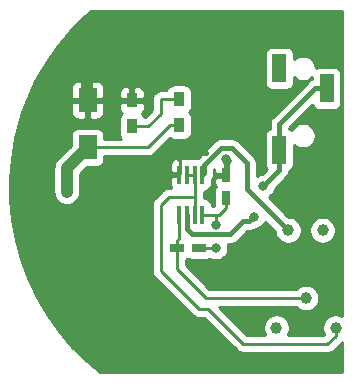
<source format=gtl>
G04 #@! TF.GenerationSoftware,KiCad,Pcbnew,5.1.0*
G04 #@! TF.CreationDate,2019-04-07T16:46:14+09:00*
G04 #@! TF.ProjectId,micro_cmos_guy,6d696372-6f5f-4636-9d6f-735f6775792e,rev?*
G04 #@! TF.SameCoordinates,Original*
G04 #@! TF.FileFunction,Copper,L1,Top*
G04 #@! TF.FilePolarity,Positive*
%FSLAX46Y46*%
G04 Gerber Fmt 4.6, Leading zero omitted, Abs format (unit mm)*
G04 Created by KiCad (PCBNEW 5.1.0) date 2019-04-07 16:46:14*
%MOMM*%
%LPD*%
G04 APERTURE LIST*
%ADD10R,1.600000X2.000000*%
%ADD11R,1.200000X0.750000*%
%ADD12R,0.750000X1.200000*%
%ADD13R,0.900000X1.200000*%
%ADD14R,1.200000X2.400000*%
%ADD15C,1.000000*%
%ADD16R,0.300000X1.600000*%
%ADD17C,0.800000*%
%ADD18C,0.400000*%
%ADD19C,1.000000*%
%ADD20C,0.250000*%
%ADD21C,0.254000*%
G04 APERTURE END LIST*
D10*
X110000000Y-97250000D03*
X110000000Y-93250000D03*
D11*
X117550000Y-105750000D03*
X119450000Y-105750000D03*
D12*
X121750000Y-101500000D03*
X121750000Y-99600000D03*
D13*
X117750000Y-93150000D03*
X117750000Y-95350000D03*
D14*
X126250000Y-97450000D03*
X126250000Y-90550000D03*
X130250000Y-92250000D03*
D15*
X127000000Y-104250000D03*
X129900000Y-104250000D03*
D13*
X113750000Y-95450000D03*
X113750000Y-93250000D03*
D15*
X126000000Y-112500000D03*
X128500000Y-110000000D03*
X131000000Y-112500000D03*
D16*
X117775000Y-99550000D03*
X118425000Y-99550000D03*
X119075000Y-99550000D03*
X119725000Y-99550000D03*
X119725000Y-102950000D03*
X119075000Y-102950000D03*
X118425000Y-102950000D03*
X117775000Y-102950000D03*
D17*
X108700000Y-90350000D03*
X109950000Y-91400000D03*
X121750000Y-98250000D03*
X117800000Y-97750000D03*
X108250000Y-101000000D03*
X120900000Y-105750000D03*
X120900000Y-103800000D03*
X124900000Y-100500000D03*
X124100000Y-103100000D03*
D18*
X126500001Y-103750001D02*
X126450001Y-103750001D01*
X127000000Y-104250000D02*
X126500001Y-103750001D01*
X126450001Y-103750001D02*
X123500000Y-100800000D01*
X123500000Y-100800000D02*
X123500000Y-98600000D01*
X123500000Y-98600000D02*
X122200000Y-97300000D01*
X121325000Y-97300000D02*
X119900000Y-98725000D01*
X122200000Y-97300000D02*
X121325000Y-97300000D01*
X119900000Y-99375000D02*
X119725000Y-99550000D01*
X119900000Y-98725000D02*
X119900000Y-99375000D01*
D19*
X108700000Y-90350000D02*
X108900000Y-90350000D01*
X108900000Y-90350000D02*
X109950000Y-91400000D01*
X109950000Y-93200000D02*
X110000000Y-93250000D01*
X109950000Y-91400000D02*
X109950000Y-93200000D01*
D20*
X121750000Y-99600000D02*
X121750000Y-98250000D01*
X117800000Y-99525000D02*
X117775000Y-99550000D01*
X117800000Y-97750000D02*
X117800000Y-99525000D01*
D18*
X111200000Y-93250000D02*
X112100000Y-92350000D01*
X110000000Y-93250000D02*
X111200000Y-93250000D01*
X112100000Y-92350000D02*
X112100000Y-91600000D01*
X112100000Y-91600000D02*
X112900000Y-90800000D01*
X120026458Y-97750000D02*
X117800000Y-97750000D01*
D19*
X108250000Y-99000000D02*
X110000000Y-97250000D01*
X108250000Y-101000000D02*
X108250000Y-99000000D01*
D20*
X117000000Y-95350000D02*
X117750000Y-95350000D01*
X110000000Y-97250000D02*
X115100000Y-97250000D01*
X115100000Y-97250000D02*
X117000000Y-95350000D01*
X120125000Y-102950000D02*
X119725000Y-102950000D01*
X121750000Y-102350000D02*
X121150000Y-102950000D01*
X121750000Y-101500000D02*
X121750000Y-102350000D01*
X119450000Y-105750000D02*
X120900000Y-105750000D01*
X120900000Y-103000000D02*
X120950000Y-102950000D01*
X120900000Y-103800000D02*
X120900000Y-103000000D01*
X121150000Y-102950000D02*
X120950000Y-102950000D01*
X120950000Y-102950000D02*
X120125000Y-102950000D01*
X119075000Y-99550000D02*
X118425000Y-99550000D01*
X131000000Y-113207106D02*
X130307106Y-113900000D01*
X131000000Y-112500000D02*
X131000000Y-113207106D01*
X130307106Y-113900000D02*
X123200000Y-113900000D01*
X123200000Y-113900000D02*
X120200000Y-110900000D01*
X120200000Y-110900000D02*
X119400000Y-110900000D01*
X119400000Y-110900000D02*
X116200000Y-107700000D01*
X116200000Y-107700000D02*
X116200000Y-102100000D01*
X116875000Y-101425000D02*
X119075000Y-101425000D01*
X116200000Y-102100000D02*
X116875000Y-101425000D01*
X119075000Y-102950000D02*
X119075000Y-101425000D01*
X119075000Y-101425000D02*
X119075000Y-99550000D01*
X117775000Y-104900000D02*
X117775000Y-102950000D01*
X117550000Y-105750000D02*
X117550000Y-105125000D01*
X117550000Y-105125000D02*
X117775000Y-104900000D01*
X128500000Y-110000000D02*
X120000000Y-110000000D01*
X117550000Y-107550000D02*
X117550000Y-105750000D01*
X120000000Y-110000000D02*
X117550000Y-107550000D01*
X113750000Y-95450000D02*
X115150000Y-95450000D01*
X115150000Y-95450000D02*
X116200000Y-94400000D01*
X116200000Y-94400000D02*
X116200000Y-93200000D01*
X116250000Y-93150000D02*
X117750000Y-93150000D01*
X116200000Y-93200000D02*
X116250000Y-93150000D01*
D18*
X126250000Y-95250000D02*
X126250000Y-97450000D01*
X130250000Y-92250000D02*
X129250000Y-92250000D01*
X129250000Y-92250000D02*
X126250000Y-95250000D01*
X126250000Y-97450000D02*
X126250000Y-99150000D01*
X126250000Y-99150000D02*
X124900000Y-100500000D01*
X123700001Y-103499999D02*
X123200001Y-103499999D01*
X124100000Y-103100000D02*
X123700001Y-103499999D01*
X123200001Y-103499999D02*
X122100000Y-104600000D01*
X118425000Y-104150000D02*
X118425000Y-102950000D01*
X118875000Y-104600000D02*
X118425000Y-104150000D01*
X122100000Y-104600000D02*
X118875000Y-104600000D01*
D21*
G36*
X131540001Y-111495764D02*
G01*
X131537624Y-111494176D01*
X131331067Y-111408617D01*
X131111788Y-111365000D01*
X130888212Y-111365000D01*
X130668933Y-111408617D01*
X130462376Y-111494176D01*
X130276480Y-111618388D01*
X130118388Y-111776480D01*
X129994176Y-111962376D01*
X129908617Y-112168933D01*
X129865000Y-112388212D01*
X129865000Y-112611788D01*
X129908617Y-112831067D01*
X129994176Y-113037624D01*
X130034433Y-113097872D01*
X129992305Y-113140000D01*
X126937418Y-113140000D01*
X127005824Y-113037624D01*
X127091383Y-112831067D01*
X127135000Y-112611788D01*
X127135000Y-112388212D01*
X127091383Y-112168933D01*
X127005824Y-111962376D01*
X126881612Y-111776480D01*
X126723520Y-111618388D01*
X126537624Y-111494176D01*
X126331067Y-111408617D01*
X126111788Y-111365000D01*
X125888212Y-111365000D01*
X125668933Y-111408617D01*
X125462376Y-111494176D01*
X125276480Y-111618388D01*
X125118388Y-111776480D01*
X124994176Y-111962376D01*
X124908617Y-112168933D01*
X124865000Y-112388212D01*
X124865000Y-112611788D01*
X124908617Y-112831067D01*
X124994176Y-113037624D01*
X125062582Y-113140000D01*
X123514802Y-113140000D01*
X121134801Y-110760000D01*
X127654868Y-110760000D01*
X127776480Y-110881612D01*
X127962376Y-111005824D01*
X128168933Y-111091383D01*
X128388212Y-111135000D01*
X128611788Y-111135000D01*
X128831067Y-111091383D01*
X129037624Y-111005824D01*
X129223520Y-110881612D01*
X129381612Y-110723520D01*
X129505824Y-110537624D01*
X129591383Y-110331067D01*
X129635000Y-110111788D01*
X129635000Y-109888212D01*
X129591383Y-109668933D01*
X129505824Y-109462376D01*
X129381612Y-109276480D01*
X129223520Y-109118388D01*
X129037624Y-108994176D01*
X128831067Y-108908617D01*
X128611788Y-108865000D01*
X128388212Y-108865000D01*
X128168933Y-108908617D01*
X127962376Y-108994176D01*
X127776480Y-109118388D01*
X127654868Y-109240000D01*
X120314802Y-109240000D01*
X118310000Y-107235199D01*
X118310000Y-106740038D01*
X118394180Y-106714502D01*
X118500000Y-106657939D01*
X118605820Y-106714502D01*
X118725518Y-106750812D01*
X118850000Y-106763072D01*
X120050000Y-106763072D01*
X120174482Y-106750812D01*
X120294180Y-106714502D01*
X120397709Y-106659164D01*
X120409744Y-106667205D01*
X120598102Y-106745226D01*
X120798061Y-106785000D01*
X121001939Y-106785000D01*
X121201898Y-106745226D01*
X121390256Y-106667205D01*
X121559774Y-106553937D01*
X121703937Y-106409774D01*
X121817205Y-106240256D01*
X121895226Y-106051898D01*
X121935000Y-105851939D01*
X121935000Y-105648061D01*
X121895226Y-105448102D01*
X121889799Y-105435000D01*
X122058982Y-105435000D01*
X122100000Y-105439040D01*
X122141018Y-105435000D01*
X122141019Y-105435000D01*
X122263689Y-105422918D01*
X122421087Y-105375172D01*
X122566146Y-105297636D01*
X122693291Y-105193291D01*
X122719446Y-105161421D01*
X123545869Y-104334999D01*
X123658983Y-104334999D01*
X123700001Y-104339039D01*
X123741019Y-104334999D01*
X123741020Y-104334999D01*
X123863690Y-104322917D01*
X124021088Y-104275171D01*
X124166147Y-104197635D01*
X124255434Y-104124359D01*
X124401898Y-104095226D01*
X124590256Y-104017205D01*
X124759774Y-103903937D01*
X124903937Y-103759774D01*
X125017205Y-103590256D01*
X125044205Y-103525073D01*
X125830560Y-104311428D01*
X125856710Y-104343292D01*
X125865000Y-104350095D01*
X125865000Y-104361788D01*
X125908617Y-104581067D01*
X125994176Y-104787624D01*
X126118388Y-104973520D01*
X126276480Y-105131612D01*
X126462376Y-105255824D01*
X126668933Y-105341383D01*
X126888212Y-105385000D01*
X127111788Y-105385000D01*
X127331067Y-105341383D01*
X127537624Y-105255824D01*
X127723520Y-105131612D01*
X127881612Y-104973520D01*
X128005824Y-104787624D01*
X128091383Y-104581067D01*
X128135000Y-104361788D01*
X128135000Y-104138212D01*
X128765000Y-104138212D01*
X128765000Y-104361788D01*
X128808617Y-104581067D01*
X128894176Y-104787624D01*
X129018388Y-104973520D01*
X129176480Y-105131612D01*
X129362376Y-105255824D01*
X129568933Y-105341383D01*
X129788212Y-105385000D01*
X130011788Y-105385000D01*
X130231067Y-105341383D01*
X130437624Y-105255824D01*
X130623520Y-105131612D01*
X130781612Y-104973520D01*
X130905824Y-104787624D01*
X130991383Y-104581067D01*
X131035000Y-104361788D01*
X131035000Y-104138212D01*
X130991383Y-103918933D01*
X130905824Y-103712376D01*
X130781612Y-103526480D01*
X130623520Y-103368388D01*
X130437624Y-103244176D01*
X130231067Y-103158617D01*
X130011788Y-103115000D01*
X129788212Y-103115000D01*
X129568933Y-103158617D01*
X129362376Y-103244176D01*
X129176480Y-103368388D01*
X129018388Y-103526480D01*
X128894176Y-103712376D01*
X128808617Y-103918933D01*
X128765000Y-104138212D01*
X128135000Y-104138212D01*
X128091383Y-103918933D01*
X128005824Y-103712376D01*
X127881612Y-103526480D01*
X127723520Y-103368388D01*
X127537624Y-103244176D01*
X127331067Y-103158617D01*
X127111788Y-103115000D01*
X127042468Y-103115000D01*
X126966147Y-103052365D01*
X126895438Y-103014570D01*
X125325073Y-101444205D01*
X125390256Y-101417205D01*
X125559774Y-101303937D01*
X125703937Y-101159774D01*
X125817205Y-100990256D01*
X125895226Y-100801898D01*
X125924093Y-100656775D01*
X126811426Y-99769442D01*
X126843291Y-99743291D01*
X126947636Y-99616146D01*
X127025172Y-99471087D01*
X127072918Y-99313689D01*
X127079795Y-99243866D01*
X127094180Y-99239502D01*
X127204494Y-99180537D01*
X127301185Y-99101185D01*
X127380537Y-99004494D01*
X127439502Y-98894180D01*
X127475812Y-98774482D01*
X127488072Y-98650000D01*
X127488072Y-97022494D01*
X127558353Y-97092775D01*
X127736060Y-97211515D01*
X127933517Y-97293304D01*
X128143137Y-97335000D01*
X128356863Y-97335000D01*
X128566483Y-97293304D01*
X128763940Y-97211515D01*
X128941647Y-97092775D01*
X129092775Y-96941647D01*
X129211515Y-96763940D01*
X129293304Y-96566483D01*
X129335000Y-96356863D01*
X129335000Y-96143137D01*
X129293304Y-95933517D01*
X129211515Y-95736060D01*
X129092775Y-95558353D01*
X128941647Y-95407225D01*
X128763940Y-95288485D01*
X128566483Y-95206696D01*
X128356863Y-95165000D01*
X128143137Y-95165000D01*
X127933517Y-95206696D01*
X127736060Y-95288485D01*
X127558353Y-95407225D01*
X127407225Y-95558353D01*
X127288485Y-95736060D01*
X127272308Y-95775116D01*
X127204494Y-95719463D01*
X127094180Y-95660498D01*
X127085000Y-95657713D01*
X127085000Y-95595867D01*
X129043319Y-93637549D01*
X129060498Y-93694180D01*
X129119463Y-93804494D01*
X129198815Y-93901185D01*
X129295506Y-93980537D01*
X129405820Y-94039502D01*
X129525518Y-94075812D01*
X129650000Y-94088072D01*
X130850000Y-94088072D01*
X130974482Y-94075812D01*
X131094180Y-94039502D01*
X131204494Y-93980537D01*
X131301185Y-93901185D01*
X131380537Y-93804494D01*
X131439502Y-93694180D01*
X131475812Y-93574482D01*
X131488072Y-93450000D01*
X131488072Y-91050000D01*
X131475812Y-90925518D01*
X131439502Y-90805820D01*
X131380537Y-90695506D01*
X131301185Y-90598815D01*
X131204494Y-90519463D01*
X131094180Y-90460498D01*
X130974482Y-90424188D01*
X130850000Y-90411928D01*
X129650000Y-90411928D01*
X129525518Y-90424188D01*
X129405820Y-90460498D01*
X129335000Y-90498353D01*
X129335000Y-90443137D01*
X129293304Y-90233517D01*
X129211515Y-90036060D01*
X129092775Y-89858353D01*
X128941647Y-89707225D01*
X128763940Y-89588485D01*
X128566483Y-89506696D01*
X128356863Y-89465000D01*
X128143137Y-89465000D01*
X127933517Y-89506696D01*
X127736060Y-89588485D01*
X127558353Y-89707225D01*
X127488072Y-89777506D01*
X127488072Y-89350000D01*
X127475812Y-89225518D01*
X127439502Y-89105820D01*
X127380537Y-88995506D01*
X127301185Y-88898815D01*
X127204494Y-88819463D01*
X127094180Y-88760498D01*
X126974482Y-88724188D01*
X126850000Y-88711928D01*
X125650000Y-88711928D01*
X125525518Y-88724188D01*
X125405820Y-88760498D01*
X125295506Y-88819463D01*
X125198815Y-88898815D01*
X125119463Y-88995506D01*
X125060498Y-89105820D01*
X125024188Y-89225518D01*
X125011928Y-89350000D01*
X125011928Y-91750000D01*
X125024188Y-91874482D01*
X125060498Y-91994180D01*
X125119463Y-92104494D01*
X125198815Y-92201185D01*
X125295506Y-92280537D01*
X125405820Y-92339502D01*
X125525518Y-92375812D01*
X125650000Y-92388072D01*
X126850000Y-92388072D01*
X126974482Y-92375812D01*
X127094180Y-92339502D01*
X127204494Y-92280537D01*
X127301185Y-92201185D01*
X127380537Y-92104494D01*
X127439502Y-91994180D01*
X127475812Y-91874482D01*
X127488072Y-91750000D01*
X127488072Y-91322494D01*
X127558353Y-91392775D01*
X127736060Y-91511515D01*
X127933517Y-91593304D01*
X128143137Y-91635000D01*
X128356863Y-91635000D01*
X128566483Y-91593304D01*
X128763940Y-91511515D01*
X128941647Y-91392775D01*
X129011928Y-91322494D01*
X129011928Y-91449646D01*
X128928913Y-91474828D01*
X128783854Y-91552364D01*
X128707532Y-91615000D01*
X128656709Y-91656709D01*
X128630563Y-91688568D01*
X125688579Y-94630554D01*
X125656709Y-94656709D01*
X125580148Y-94750000D01*
X125552364Y-94783855D01*
X125474828Y-94928914D01*
X125427082Y-95086312D01*
X125410960Y-95250000D01*
X125415000Y-95291019D01*
X125415000Y-95657713D01*
X125405820Y-95660498D01*
X125295506Y-95719463D01*
X125198815Y-95798815D01*
X125119463Y-95895506D01*
X125060498Y-96005820D01*
X125024188Y-96125518D01*
X125011928Y-96250000D01*
X125011928Y-98650000D01*
X125024188Y-98774482D01*
X125060498Y-98894180D01*
X125119463Y-99004494D01*
X125162364Y-99056769D01*
X124743225Y-99475907D01*
X124598102Y-99504774D01*
X124409744Y-99582795D01*
X124335000Y-99632737D01*
X124335000Y-98641018D01*
X124339040Y-98600000D01*
X124324499Y-98452364D01*
X124322918Y-98436311D01*
X124275172Y-98278913D01*
X124197636Y-98133854D01*
X124130624Y-98052199D01*
X124119439Y-98038570D01*
X124119437Y-98038568D01*
X124093291Y-98006709D01*
X124061432Y-97980563D01*
X122819446Y-96738578D01*
X122793291Y-96706709D01*
X122666146Y-96602364D01*
X122521087Y-96524828D01*
X122363689Y-96477082D01*
X122241019Y-96465000D01*
X122241018Y-96465000D01*
X122200000Y-96460960D01*
X122158982Y-96465000D01*
X121366007Y-96465000D01*
X121324999Y-96460961D01*
X121283991Y-96465000D01*
X121283981Y-96465000D01*
X121161311Y-96477082D01*
X121003913Y-96524828D01*
X120858854Y-96602364D01*
X120731709Y-96706709D01*
X120705558Y-96738574D01*
X119338579Y-98105554D01*
X119319475Y-98121233D01*
X119225000Y-98111928D01*
X118925000Y-98111928D01*
X118800518Y-98124188D01*
X118750000Y-98139512D01*
X118699482Y-98124188D01*
X118575000Y-98111928D01*
X118275000Y-98111928D01*
X118150518Y-98124188D01*
X118100341Y-98139409D01*
X118058358Y-98126020D01*
X117956750Y-98115000D01*
X117798000Y-98273750D01*
X117798000Y-98330271D01*
X117752000Y-98386322D01*
X117752000Y-98273750D01*
X117593250Y-98115000D01*
X117491642Y-98126020D01*
X117372472Y-98164026D01*
X117263006Y-98224551D01*
X117167452Y-98305269D01*
X117089481Y-98403078D01*
X117032089Y-98514219D01*
X116997483Y-98634420D01*
X116986992Y-98759063D01*
X116990000Y-99264250D01*
X117148750Y-99423000D01*
X117636928Y-99423000D01*
X117636928Y-99677000D01*
X117148750Y-99677000D01*
X116990000Y-99835750D01*
X116986992Y-100340937D01*
X116997483Y-100465580D01*
X117032089Y-100585781D01*
X117072997Y-100665000D01*
X116912322Y-100665000D01*
X116874999Y-100661324D01*
X116837676Y-100665000D01*
X116837667Y-100665000D01*
X116726014Y-100675997D01*
X116582753Y-100719454D01*
X116450723Y-100790026D01*
X116388590Y-100841018D01*
X116334999Y-100884999D01*
X116311200Y-100913998D01*
X115688998Y-101536201D01*
X115660000Y-101559999D01*
X115636202Y-101588997D01*
X115636201Y-101588998D01*
X115565026Y-101675724D01*
X115494454Y-101807754D01*
X115481859Y-101849276D01*
X115450998Y-101951014D01*
X115446190Y-101999826D01*
X115436324Y-102100000D01*
X115440001Y-102137332D01*
X115440000Y-107662677D01*
X115436324Y-107700000D01*
X115440000Y-107737322D01*
X115440000Y-107737332D01*
X115450997Y-107848985D01*
X115486541Y-107966159D01*
X115494454Y-107992246D01*
X115565026Y-108124276D01*
X115594675Y-108160403D01*
X115659999Y-108240001D01*
X115689003Y-108263804D01*
X118836205Y-111411008D01*
X118859999Y-111440001D01*
X118888992Y-111463795D01*
X118888996Y-111463799D01*
X118926011Y-111494176D01*
X118975724Y-111534974D01*
X119107753Y-111605546D01*
X119251014Y-111649003D01*
X119362667Y-111660000D01*
X119362676Y-111660000D01*
X119399999Y-111663676D01*
X119437322Y-111660000D01*
X119885199Y-111660000D01*
X122636201Y-114411003D01*
X122659999Y-114440001D01*
X122775724Y-114534974D01*
X122907753Y-114605546D01*
X123051014Y-114649003D01*
X123162667Y-114660000D01*
X123162675Y-114660000D01*
X123200000Y-114663676D01*
X123237325Y-114660000D01*
X130269784Y-114660000D01*
X130307106Y-114663676D01*
X130344428Y-114660000D01*
X130344439Y-114660000D01*
X130456092Y-114649003D01*
X130599353Y-114605546D01*
X130731382Y-114534974D01*
X130847107Y-114440001D01*
X130870909Y-114410998D01*
X131511002Y-113770905D01*
X131540001Y-113747107D01*
X131540001Y-116067572D01*
X131540000Y-116067582D01*
X131540000Y-116290000D01*
X123449382Y-116290000D01*
X111088104Y-116282971D01*
X109920289Y-115315150D01*
X108692651Y-114102417D01*
X107575377Y-112787296D01*
X106576983Y-111379816D01*
X105705046Y-109890656D01*
X104966224Y-108331181D01*
X104366132Y-106713255D01*
X103909331Y-105049173D01*
X103599304Y-103351618D01*
X103438409Y-101633498D01*
X103427870Y-99907891D01*
X103501715Y-99000000D01*
X107109509Y-99000000D01*
X107115001Y-99055761D01*
X107115000Y-101055751D01*
X107131423Y-101222498D01*
X107196324Y-101436446D01*
X107301716Y-101633623D01*
X107443551Y-101806449D01*
X107616377Y-101948284D01*
X107813553Y-102053676D01*
X108027501Y-102118577D01*
X108250000Y-102140491D01*
X108472498Y-102118577D01*
X108686446Y-102053676D01*
X108883623Y-101948284D01*
X109056449Y-101806449D01*
X109198284Y-101633623D01*
X109303676Y-101436447D01*
X109368577Y-101222499D01*
X109385000Y-101055752D01*
X109385000Y-99470131D01*
X109967060Y-98888072D01*
X110800000Y-98888072D01*
X110924482Y-98875812D01*
X111044180Y-98839502D01*
X111154494Y-98780537D01*
X111251185Y-98701185D01*
X111330537Y-98604494D01*
X111389502Y-98494180D01*
X111425812Y-98374482D01*
X111438072Y-98250000D01*
X111438072Y-98010000D01*
X115062678Y-98010000D01*
X115100000Y-98013676D01*
X115137322Y-98010000D01*
X115137333Y-98010000D01*
X115248986Y-97999003D01*
X115392247Y-97955546D01*
X115524276Y-97884974D01*
X115640001Y-97790001D01*
X115663804Y-97760997D01*
X116944824Y-96479977D01*
X116945506Y-96480537D01*
X117055820Y-96539502D01*
X117175518Y-96575812D01*
X117300000Y-96588072D01*
X118200000Y-96588072D01*
X118324482Y-96575812D01*
X118444180Y-96539502D01*
X118554494Y-96480537D01*
X118651185Y-96401185D01*
X118730537Y-96304494D01*
X118789502Y-96194180D01*
X118825812Y-96074482D01*
X118838072Y-95950000D01*
X118838072Y-94750000D01*
X118825812Y-94625518D01*
X118789502Y-94505820D01*
X118730537Y-94395506D01*
X118651185Y-94298815D01*
X118591704Y-94250000D01*
X118651185Y-94201185D01*
X118730537Y-94104494D01*
X118789502Y-93994180D01*
X118825812Y-93874482D01*
X118838072Y-93750000D01*
X118838072Y-92550000D01*
X118825812Y-92425518D01*
X118789502Y-92305820D01*
X118730537Y-92195506D01*
X118651185Y-92098815D01*
X118554494Y-92019463D01*
X118444180Y-91960498D01*
X118324482Y-91924188D01*
X118200000Y-91911928D01*
X117300000Y-91911928D01*
X117175518Y-91924188D01*
X117055820Y-91960498D01*
X116945506Y-92019463D01*
X116848815Y-92098815D01*
X116769463Y-92195506D01*
X116710498Y-92305820D01*
X116684962Y-92390000D01*
X116287325Y-92390000D01*
X116250000Y-92386324D01*
X116212675Y-92390000D01*
X116212667Y-92390000D01*
X116101014Y-92400997D01*
X115957753Y-92444454D01*
X115825724Y-92515026D01*
X115709999Y-92609999D01*
X115687459Y-92637464D01*
X115660000Y-92659999D01*
X115636202Y-92688997D01*
X115636201Y-92688998D01*
X115565026Y-92775724D01*
X115494454Y-92907754D01*
X115450998Y-93051015D01*
X115436324Y-93200000D01*
X115440001Y-93237332D01*
X115440000Y-94085198D01*
X114835199Y-94690000D01*
X114815038Y-94690000D01*
X114789502Y-94605820D01*
X114730537Y-94495506D01*
X114651185Y-94398815D01*
X114591704Y-94350000D01*
X114651185Y-94301185D01*
X114730537Y-94204494D01*
X114789502Y-94094180D01*
X114825812Y-93974482D01*
X114838072Y-93850000D01*
X114835000Y-93535750D01*
X114676250Y-93377000D01*
X113877000Y-93377000D01*
X113877000Y-93397000D01*
X113623000Y-93397000D01*
X113623000Y-93377000D01*
X112823750Y-93377000D01*
X112665000Y-93535750D01*
X112661928Y-93850000D01*
X112674188Y-93974482D01*
X112710498Y-94094180D01*
X112769463Y-94204494D01*
X112848815Y-94301185D01*
X112908296Y-94350000D01*
X112848815Y-94398815D01*
X112769463Y-94495506D01*
X112710498Y-94605820D01*
X112674188Y-94725518D01*
X112661928Y-94850000D01*
X112661928Y-96050000D01*
X112674188Y-96174482D01*
X112710498Y-96294180D01*
X112769463Y-96404494D01*
X112839636Y-96490000D01*
X111438072Y-96490000D01*
X111438072Y-96250000D01*
X111425812Y-96125518D01*
X111389502Y-96005820D01*
X111330537Y-95895506D01*
X111251185Y-95798815D01*
X111154494Y-95719463D01*
X111044180Y-95660498D01*
X110924482Y-95624188D01*
X110800000Y-95611928D01*
X109200000Y-95611928D01*
X109075518Y-95624188D01*
X108955820Y-95660498D01*
X108845506Y-95719463D01*
X108748815Y-95798815D01*
X108669463Y-95895506D01*
X108610498Y-96005820D01*
X108574188Y-96125518D01*
X108561928Y-96250000D01*
X108561928Y-97082940D01*
X107486860Y-98158009D01*
X107443552Y-98193551D01*
X107301717Y-98366377D01*
X107278134Y-98410498D01*
X107196324Y-98563554D01*
X107131423Y-98777502D01*
X107109509Y-99000000D01*
X103501715Y-99000000D01*
X103567768Y-98187928D01*
X103857037Y-96486708D01*
X104293478Y-94817171D01*
X104495997Y-94250000D01*
X108561928Y-94250000D01*
X108574188Y-94374482D01*
X108610498Y-94494180D01*
X108669463Y-94604494D01*
X108748815Y-94701185D01*
X108845506Y-94780537D01*
X108955820Y-94839502D01*
X109075518Y-94875812D01*
X109200000Y-94888072D01*
X109714250Y-94885000D01*
X109873000Y-94726250D01*
X109873000Y-93377000D01*
X110127000Y-93377000D01*
X110127000Y-94726250D01*
X110285750Y-94885000D01*
X110800000Y-94888072D01*
X110924482Y-94875812D01*
X111044180Y-94839502D01*
X111154494Y-94780537D01*
X111251185Y-94701185D01*
X111330537Y-94604494D01*
X111389502Y-94494180D01*
X111425812Y-94374482D01*
X111438072Y-94250000D01*
X111435000Y-93535750D01*
X111276250Y-93377000D01*
X110127000Y-93377000D01*
X109873000Y-93377000D01*
X108723750Y-93377000D01*
X108565000Y-93535750D01*
X108561928Y-94250000D01*
X104495997Y-94250000D01*
X104873764Y-93192034D01*
X105306056Y-92250000D01*
X108561928Y-92250000D01*
X108565000Y-92964250D01*
X108723750Y-93123000D01*
X109873000Y-93123000D01*
X109873000Y-91773750D01*
X110127000Y-91773750D01*
X110127000Y-93123000D01*
X111276250Y-93123000D01*
X111435000Y-92964250D01*
X111436351Y-92650000D01*
X112661928Y-92650000D01*
X112665000Y-92964250D01*
X112823750Y-93123000D01*
X113623000Y-93123000D01*
X113623000Y-92173750D01*
X113877000Y-92173750D01*
X113877000Y-93123000D01*
X114676250Y-93123000D01*
X114835000Y-92964250D01*
X114838072Y-92650000D01*
X114825812Y-92525518D01*
X114789502Y-92405820D01*
X114730537Y-92295506D01*
X114651185Y-92198815D01*
X114554494Y-92119463D01*
X114444180Y-92060498D01*
X114324482Y-92024188D01*
X114200000Y-92011928D01*
X114035750Y-92015000D01*
X113877000Y-92173750D01*
X113623000Y-92173750D01*
X113464250Y-92015000D01*
X113300000Y-92011928D01*
X113175518Y-92024188D01*
X113055820Y-92060498D01*
X112945506Y-92119463D01*
X112848815Y-92198815D01*
X112769463Y-92295506D01*
X112710498Y-92405820D01*
X112674188Y-92525518D01*
X112661928Y-92650000D01*
X111436351Y-92650000D01*
X111438072Y-92250000D01*
X111425812Y-92125518D01*
X111389502Y-92005820D01*
X111330537Y-91895506D01*
X111251185Y-91798815D01*
X111154494Y-91719463D01*
X111044180Y-91660498D01*
X110924482Y-91624188D01*
X110800000Y-91611928D01*
X110285750Y-91615000D01*
X110127000Y-91773750D01*
X109873000Y-91773750D01*
X109714250Y-91615000D01*
X109200000Y-91611928D01*
X109075518Y-91624188D01*
X108955820Y-91660498D01*
X108845506Y-91719463D01*
X108748815Y-91798815D01*
X108669463Y-91895506D01*
X108610498Y-92005820D01*
X108574188Y-92125518D01*
X108561928Y-92250000D01*
X105306056Y-92250000D01*
X105593481Y-91623658D01*
X106447166Y-90123954D01*
X107428290Y-88704390D01*
X108529420Y-87375717D01*
X109746587Y-86143590D01*
X110294257Y-85660000D01*
X131540000Y-85660000D01*
X131540001Y-111495764D01*
X131540001Y-111495764D01*
G37*
X131540001Y-111495764D02*
X131537624Y-111494176D01*
X131331067Y-111408617D01*
X131111788Y-111365000D01*
X130888212Y-111365000D01*
X130668933Y-111408617D01*
X130462376Y-111494176D01*
X130276480Y-111618388D01*
X130118388Y-111776480D01*
X129994176Y-111962376D01*
X129908617Y-112168933D01*
X129865000Y-112388212D01*
X129865000Y-112611788D01*
X129908617Y-112831067D01*
X129994176Y-113037624D01*
X130034433Y-113097872D01*
X129992305Y-113140000D01*
X126937418Y-113140000D01*
X127005824Y-113037624D01*
X127091383Y-112831067D01*
X127135000Y-112611788D01*
X127135000Y-112388212D01*
X127091383Y-112168933D01*
X127005824Y-111962376D01*
X126881612Y-111776480D01*
X126723520Y-111618388D01*
X126537624Y-111494176D01*
X126331067Y-111408617D01*
X126111788Y-111365000D01*
X125888212Y-111365000D01*
X125668933Y-111408617D01*
X125462376Y-111494176D01*
X125276480Y-111618388D01*
X125118388Y-111776480D01*
X124994176Y-111962376D01*
X124908617Y-112168933D01*
X124865000Y-112388212D01*
X124865000Y-112611788D01*
X124908617Y-112831067D01*
X124994176Y-113037624D01*
X125062582Y-113140000D01*
X123514802Y-113140000D01*
X121134801Y-110760000D01*
X127654868Y-110760000D01*
X127776480Y-110881612D01*
X127962376Y-111005824D01*
X128168933Y-111091383D01*
X128388212Y-111135000D01*
X128611788Y-111135000D01*
X128831067Y-111091383D01*
X129037624Y-111005824D01*
X129223520Y-110881612D01*
X129381612Y-110723520D01*
X129505824Y-110537624D01*
X129591383Y-110331067D01*
X129635000Y-110111788D01*
X129635000Y-109888212D01*
X129591383Y-109668933D01*
X129505824Y-109462376D01*
X129381612Y-109276480D01*
X129223520Y-109118388D01*
X129037624Y-108994176D01*
X128831067Y-108908617D01*
X128611788Y-108865000D01*
X128388212Y-108865000D01*
X128168933Y-108908617D01*
X127962376Y-108994176D01*
X127776480Y-109118388D01*
X127654868Y-109240000D01*
X120314802Y-109240000D01*
X118310000Y-107235199D01*
X118310000Y-106740038D01*
X118394180Y-106714502D01*
X118500000Y-106657939D01*
X118605820Y-106714502D01*
X118725518Y-106750812D01*
X118850000Y-106763072D01*
X120050000Y-106763072D01*
X120174482Y-106750812D01*
X120294180Y-106714502D01*
X120397709Y-106659164D01*
X120409744Y-106667205D01*
X120598102Y-106745226D01*
X120798061Y-106785000D01*
X121001939Y-106785000D01*
X121201898Y-106745226D01*
X121390256Y-106667205D01*
X121559774Y-106553937D01*
X121703937Y-106409774D01*
X121817205Y-106240256D01*
X121895226Y-106051898D01*
X121935000Y-105851939D01*
X121935000Y-105648061D01*
X121895226Y-105448102D01*
X121889799Y-105435000D01*
X122058982Y-105435000D01*
X122100000Y-105439040D01*
X122141018Y-105435000D01*
X122141019Y-105435000D01*
X122263689Y-105422918D01*
X122421087Y-105375172D01*
X122566146Y-105297636D01*
X122693291Y-105193291D01*
X122719446Y-105161421D01*
X123545869Y-104334999D01*
X123658983Y-104334999D01*
X123700001Y-104339039D01*
X123741019Y-104334999D01*
X123741020Y-104334999D01*
X123863690Y-104322917D01*
X124021088Y-104275171D01*
X124166147Y-104197635D01*
X124255434Y-104124359D01*
X124401898Y-104095226D01*
X124590256Y-104017205D01*
X124759774Y-103903937D01*
X124903937Y-103759774D01*
X125017205Y-103590256D01*
X125044205Y-103525073D01*
X125830560Y-104311428D01*
X125856710Y-104343292D01*
X125865000Y-104350095D01*
X125865000Y-104361788D01*
X125908617Y-104581067D01*
X125994176Y-104787624D01*
X126118388Y-104973520D01*
X126276480Y-105131612D01*
X126462376Y-105255824D01*
X126668933Y-105341383D01*
X126888212Y-105385000D01*
X127111788Y-105385000D01*
X127331067Y-105341383D01*
X127537624Y-105255824D01*
X127723520Y-105131612D01*
X127881612Y-104973520D01*
X128005824Y-104787624D01*
X128091383Y-104581067D01*
X128135000Y-104361788D01*
X128135000Y-104138212D01*
X128765000Y-104138212D01*
X128765000Y-104361788D01*
X128808617Y-104581067D01*
X128894176Y-104787624D01*
X129018388Y-104973520D01*
X129176480Y-105131612D01*
X129362376Y-105255824D01*
X129568933Y-105341383D01*
X129788212Y-105385000D01*
X130011788Y-105385000D01*
X130231067Y-105341383D01*
X130437624Y-105255824D01*
X130623520Y-105131612D01*
X130781612Y-104973520D01*
X130905824Y-104787624D01*
X130991383Y-104581067D01*
X131035000Y-104361788D01*
X131035000Y-104138212D01*
X130991383Y-103918933D01*
X130905824Y-103712376D01*
X130781612Y-103526480D01*
X130623520Y-103368388D01*
X130437624Y-103244176D01*
X130231067Y-103158617D01*
X130011788Y-103115000D01*
X129788212Y-103115000D01*
X129568933Y-103158617D01*
X129362376Y-103244176D01*
X129176480Y-103368388D01*
X129018388Y-103526480D01*
X128894176Y-103712376D01*
X128808617Y-103918933D01*
X128765000Y-104138212D01*
X128135000Y-104138212D01*
X128091383Y-103918933D01*
X128005824Y-103712376D01*
X127881612Y-103526480D01*
X127723520Y-103368388D01*
X127537624Y-103244176D01*
X127331067Y-103158617D01*
X127111788Y-103115000D01*
X127042468Y-103115000D01*
X126966147Y-103052365D01*
X126895438Y-103014570D01*
X125325073Y-101444205D01*
X125390256Y-101417205D01*
X125559774Y-101303937D01*
X125703937Y-101159774D01*
X125817205Y-100990256D01*
X125895226Y-100801898D01*
X125924093Y-100656775D01*
X126811426Y-99769442D01*
X126843291Y-99743291D01*
X126947636Y-99616146D01*
X127025172Y-99471087D01*
X127072918Y-99313689D01*
X127079795Y-99243866D01*
X127094180Y-99239502D01*
X127204494Y-99180537D01*
X127301185Y-99101185D01*
X127380537Y-99004494D01*
X127439502Y-98894180D01*
X127475812Y-98774482D01*
X127488072Y-98650000D01*
X127488072Y-97022494D01*
X127558353Y-97092775D01*
X127736060Y-97211515D01*
X127933517Y-97293304D01*
X128143137Y-97335000D01*
X128356863Y-97335000D01*
X128566483Y-97293304D01*
X128763940Y-97211515D01*
X128941647Y-97092775D01*
X129092775Y-96941647D01*
X129211515Y-96763940D01*
X129293304Y-96566483D01*
X129335000Y-96356863D01*
X129335000Y-96143137D01*
X129293304Y-95933517D01*
X129211515Y-95736060D01*
X129092775Y-95558353D01*
X128941647Y-95407225D01*
X128763940Y-95288485D01*
X128566483Y-95206696D01*
X128356863Y-95165000D01*
X128143137Y-95165000D01*
X127933517Y-95206696D01*
X127736060Y-95288485D01*
X127558353Y-95407225D01*
X127407225Y-95558353D01*
X127288485Y-95736060D01*
X127272308Y-95775116D01*
X127204494Y-95719463D01*
X127094180Y-95660498D01*
X127085000Y-95657713D01*
X127085000Y-95595867D01*
X129043319Y-93637549D01*
X129060498Y-93694180D01*
X129119463Y-93804494D01*
X129198815Y-93901185D01*
X129295506Y-93980537D01*
X129405820Y-94039502D01*
X129525518Y-94075812D01*
X129650000Y-94088072D01*
X130850000Y-94088072D01*
X130974482Y-94075812D01*
X131094180Y-94039502D01*
X131204494Y-93980537D01*
X131301185Y-93901185D01*
X131380537Y-93804494D01*
X131439502Y-93694180D01*
X131475812Y-93574482D01*
X131488072Y-93450000D01*
X131488072Y-91050000D01*
X131475812Y-90925518D01*
X131439502Y-90805820D01*
X131380537Y-90695506D01*
X131301185Y-90598815D01*
X131204494Y-90519463D01*
X131094180Y-90460498D01*
X130974482Y-90424188D01*
X130850000Y-90411928D01*
X129650000Y-90411928D01*
X129525518Y-90424188D01*
X129405820Y-90460498D01*
X129335000Y-90498353D01*
X129335000Y-90443137D01*
X129293304Y-90233517D01*
X129211515Y-90036060D01*
X129092775Y-89858353D01*
X128941647Y-89707225D01*
X128763940Y-89588485D01*
X128566483Y-89506696D01*
X128356863Y-89465000D01*
X128143137Y-89465000D01*
X127933517Y-89506696D01*
X127736060Y-89588485D01*
X127558353Y-89707225D01*
X127488072Y-89777506D01*
X127488072Y-89350000D01*
X127475812Y-89225518D01*
X127439502Y-89105820D01*
X127380537Y-88995506D01*
X127301185Y-88898815D01*
X127204494Y-88819463D01*
X127094180Y-88760498D01*
X126974482Y-88724188D01*
X126850000Y-88711928D01*
X125650000Y-88711928D01*
X125525518Y-88724188D01*
X125405820Y-88760498D01*
X125295506Y-88819463D01*
X125198815Y-88898815D01*
X125119463Y-88995506D01*
X125060498Y-89105820D01*
X125024188Y-89225518D01*
X125011928Y-89350000D01*
X125011928Y-91750000D01*
X125024188Y-91874482D01*
X125060498Y-91994180D01*
X125119463Y-92104494D01*
X125198815Y-92201185D01*
X125295506Y-92280537D01*
X125405820Y-92339502D01*
X125525518Y-92375812D01*
X125650000Y-92388072D01*
X126850000Y-92388072D01*
X126974482Y-92375812D01*
X127094180Y-92339502D01*
X127204494Y-92280537D01*
X127301185Y-92201185D01*
X127380537Y-92104494D01*
X127439502Y-91994180D01*
X127475812Y-91874482D01*
X127488072Y-91750000D01*
X127488072Y-91322494D01*
X127558353Y-91392775D01*
X127736060Y-91511515D01*
X127933517Y-91593304D01*
X128143137Y-91635000D01*
X128356863Y-91635000D01*
X128566483Y-91593304D01*
X128763940Y-91511515D01*
X128941647Y-91392775D01*
X129011928Y-91322494D01*
X129011928Y-91449646D01*
X128928913Y-91474828D01*
X128783854Y-91552364D01*
X128707532Y-91615000D01*
X128656709Y-91656709D01*
X128630563Y-91688568D01*
X125688579Y-94630554D01*
X125656709Y-94656709D01*
X125580148Y-94750000D01*
X125552364Y-94783855D01*
X125474828Y-94928914D01*
X125427082Y-95086312D01*
X125410960Y-95250000D01*
X125415000Y-95291019D01*
X125415000Y-95657713D01*
X125405820Y-95660498D01*
X125295506Y-95719463D01*
X125198815Y-95798815D01*
X125119463Y-95895506D01*
X125060498Y-96005820D01*
X125024188Y-96125518D01*
X125011928Y-96250000D01*
X125011928Y-98650000D01*
X125024188Y-98774482D01*
X125060498Y-98894180D01*
X125119463Y-99004494D01*
X125162364Y-99056769D01*
X124743225Y-99475907D01*
X124598102Y-99504774D01*
X124409744Y-99582795D01*
X124335000Y-99632737D01*
X124335000Y-98641018D01*
X124339040Y-98600000D01*
X124324499Y-98452364D01*
X124322918Y-98436311D01*
X124275172Y-98278913D01*
X124197636Y-98133854D01*
X124130624Y-98052199D01*
X124119439Y-98038570D01*
X124119437Y-98038568D01*
X124093291Y-98006709D01*
X124061432Y-97980563D01*
X122819446Y-96738578D01*
X122793291Y-96706709D01*
X122666146Y-96602364D01*
X122521087Y-96524828D01*
X122363689Y-96477082D01*
X122241019Y-96465000D01*
X122241018Y-96465000D01*
X122200000Y-96460960D01*
X122158982Y-96465000D01*
X121366007Y-96465000D01*
X121324999Y-96460961D01*
X121283991Y-96465000D01*
X121283981Y-96465000D01*
X121161311Y-96477082D01*
X121003913Y-96524828D01*
X120858854Y-96602364D01*
X120731709Y-96706709D01*
X120705558Y-96738574D01*
X119338579Y-98105554D01*
X119319475Y-98121233D01*
X119225000Y-98111928D01*
X118925000Y-98111928D01*
X118800518Y-98124188D01*
X118750000Y-98139512D01*
X118699482Y-98124188D01*
X118575000Y-98111928D01*
X118275000Y-98111928D01*
X118150518Y-98124188D01*
X118100341Y-98139409D01*
X118058358Y-98126020D01*
X117956750Y-98115000D01*
X117798000Y-98273750D01*
X117798000Y-98330271D01*
X117752000Y-98386322D01*
X117752000Y-98273750D01*
X117593250Y-98115000D01*
X117491642Y-98126020D01*
X117372472Y-98164026D01*
X117263006Y-98224551D01*
X117167452Y-98305269D01*
X117089481Y-98403078D01*
X117032089Y-98514219D01*
X116997483Y-98634420D01*
X116986992Y-98759063D01*
X116990000Y-99264250D01*
X117148750Y-99423000D01*
X117636928Y-99423000D01*
X117636928Y-99677000D01*
X117148750Y-99677000D01*
X116990000Y-99835750D01*
X116986992Y-100340937D01*
X116997483Y-100465580D01*
X117032089Y-100585781D01*
X117072997Y-100665000D01*
X116912322Y-100665000D01*
X116874999Y-100661324D01*
X116837676Y-100665000D01*
X116837667Y-100665000D01*
X116726014Y-100675997D01*
X116582753Y-100719454D01*
X116450723Y-100790026D01*
X116388590Y-100841018D01*
X116334999Y-100884999D01*
X116311200Y-100913998D01*
X115688998Y-101536201D01*
X115660000Y-101559999D01*
X115636202Y-101588997D01*
X115636201Y-101588998D01*
X115565026Y-101675724D01*
X115494454Y-101807754D01*
X115481859Y-101849276D01*
X115450998Y-101951014D01*
X115446190Y-101999826D01*
X115436324Y-102100000D01*
X115440001Y-102137332D01*
X115440000Y-107662677D01*
X115436324Y-107700000D01*
X115440000Y-107737322D01*
X115440000Y-107737332D01*
X115450997Y-107848985D01*
X115486541Y-107966159D01*
X115494454Y-107992246D01*
X115565026Y-108124276D01*
X115594675Y-108160403D01*
X115659999Y-108240001D01*
X115689003Y-108263804D01*
X118836205Y-111411008D01*
X118859999Y-111440001D01*
X118888992Y-111463795D01*
X118888996Y-111463799D01*
X118926011Y-111494176D01*
X118975724Y-111534974D01*
X119107753Y-111605546D01*
X119251014Y-111649003D01*
X119362667Y-111660000D01*
X119362676Y-111660000D01*
X119399999Y-111663676D01*
X119437322Y-111660000D01*
X119885199Y-111660000D01*
X122636201Y-114411003D01*
X122659999Y-114440001D01*
X122775724Y-114534974D01*
X122907753Y-114605546D01*
X123051014Y-114649003D01*
X123162667Y-114660000D01*
X123162675Y-114660000D01*
X123200000Y-114663676D01*
X123237325Y-114660000D01*
X130269784Y-114660000D01*
X130307106Y-114663676D01*
X130344428Y-114660000D01*
X130344439Y-114660000D01*
X130456092Y-114649003D01*
X130599353Y-114605546D01*
X130731382Y-114534974D01*
X130847107Y-114440001D01*
X130870909Y-114410998D01*
X131511002Y-113770905D01*
X131540001Y-113747107D01*
X131540001Y-116067572D01*
X131540000Y-116067582D01*
X131540000Y-116290000D01*
X123449382Y-116290000D01*
X111088104Y-116282971D01*
X109920289Y-115315150D01*
X108692651Y-114102417D01*
X107575377Y-112787296D01*
X106576983Y-111379816D01*
X105705046Y-109890656D01*
X104966224Y-108331181D01*
X104366132Y-106713255D01*
X103909331Y-105049173D01*
X103599304Y-103351618D01*
X103438409Y-101633498D01*
X103427870Y-99907891D01*
X103501715Y-99000000D01*
X107109509Y-99000000D01*
X107115001Y-99055761D01*
X107115000Y-101055751D01*
X107131423Y-101222498D01*
X107196324Y-101436446D01*
X107301716Y-101633623D01*
X107443551Y-101806449D01*
X107616377Y-101948284D01*
X107813553Y-102053676D01*
X108027501Y-102118577D01*
X108250000Y-102140491D01*
X108472498Y-102118577D01*
X108686446Y-102053676D01*
X108883623Y-101948284D01*
X109056449Y-101806449D01*
X109198284Y-101633623D01*
X109303676Y-101436447D01*
X109368577Y-101222499D01*
X109385000Y-101055752D01*
X109385000Y-99470131D01*
X109967060Y-98888072D01*
X110800000Y-98888072D01*
X110924482Y-98875812D01*
X111044180Y-98839502D01*
X111154494Y-98780537D01*
X111251185Y-98701185D01*
X111330537Y-98604494D01*
X111389502Y-98494180D01*
X111425812Y-98374482D01*
X111438072Y-98250000D01*
X111438072Y-98010000D01*
X115062678Y-98010000D01*
X115100000Y-98013676D01*
X115137322Y-98010000D01*
X115137333Y-98010000D01*
X115248986Y-97999003D01*
X115392247Y-97955546D01*
X115524276Y-97884974D01*
X115640001Y-97790001D01*
X115663804Y-97760997D01*
X116944824Y-96479977D01*
X116945506Y-96480537D01*
X117055820Y-96539502D01*
X117175518Y-96575812D01*
X117300000Y-96588072D01*
X118200000Y-96588072D01*
X118324482Y-96575812D01*
X118444180Y-96539502D01*
X118554494Y-96480537D01*
X118651185Y-96401185D01*
X118730537Y-96304494D01*
X118789502Y-96194180D01*
X118825812Y-96074482D01*
X118838072Y-95950000D01*
X118838072Y-94750000D01*
X118825812Y-94625518D01*
X118789502Y-94505820D01*
X118730537Y-94395506D01*
X118651185Y-94298815D01*
X118591704Y-94250000D01*
X118651185Y-94201185D01*
X118730537Y-94104494D01*
X118789502Y-93994180D01*
X118825812Y-93874482D01*
X118838072Y-93750000D01*
X118838072Y-92550000D01*
X118825812Y-92425518D01*
X118789502Y-92305820D01*
X118730537Y-92195506D01*
X118651185Y-92098815D01*
X118554494Y-92019463D01*
X118444180Y-91960498D01*
X118324482Y-91924188D01*
X118200000Y-91911928D01*
X117300000Y-91911928D01*
X117175518Y-91924188D01*
X117055820Y-91960498D01*
X116945506Y-92019463D01*
X116848815Y-92098815D01*
X116769463Y-92195506D01*
X116710498Y-92305820D01*
X116684962Y-92390000D01*
X116287325Y-92390000D01*
X116250000Y-92386324D01*
X116212675Y-92390000D01*
X116212667Y-92390000D01*
X116101014Y-92400997D01*
X115957753Y-92444454D01*
X115825724Y-92515026D01*
X115709999Y-92609999D01*
X115687459Y-92637464D01*
X115660000Y-92659999D01*
X115636202Y-92688997D01*
X115636201Y-92688998D01*
X115565026Y-92775724D01*
X115494454Y-92907754D01*
X115450998Y-93051015D01*
X115436324Y-93200000D01*
X115440001Y-93237332D01*
X115440000Y-94085198D01*
X114835199Y-94690000D01*
X114815038Y-94690000D01*
X114789502Y-94605820D01*
X114730537Y-94495506D01*
X114651185Y-94398815D01*
X114591704Y-94350000D01*
X114651185Y-94301185D01*
X114730537Y-94204494D01*
X114789502Y-94094180D01*
X114825812Y-93974482D01*
X114838072Y-93850000D01*
X114835000Y-93535750D01*
X114676250Y-93377000D01*
X113877000Y-93377000D01*
X113877000Y-93397000D01*
X113623000Y-93397000D01*
X113623000Y-93377000D01*
X112823750Y-93377000D01*
X112665000Y-93535750D01*
X112661928Y-93850000D01*
X112674188Y-93974482D01*
X112710498Y-94094180D01*
X112769463Y-94204494D01*
X112848815Y-94301185D01*
X112908296Y-94350000D01*
X112848815Y-94398815D01*
X112769463Y-94495506D01*
X112710498Y-94605820D01*
X112674188Y-94725518D01*
X112661928Y-94850000D01*
X112661928Y-96050000D01*
X112674188Y-96174482D01*
X112710498Y-96294180D01*
X112769463Y-96404494D01*
X112839636Y-96490000D01*
X111438072Y-96490000D01*
X111438072Y-96250000D01*
X111425812Y-96125518D01*
X111389502Y-96005820D01*
X111330537Y-95895506D01*
X111251185Y-95798815D01*
X111154494Y-95719463D01*
X111044180Y-95660498D01*
X110924482Y-95624188D01*
X110800000Y-95611928D01*
X109200000Y-95611928D01*
X109075518Y-95624188D01*
X108955820Y-95660498D01*
X108845506Y-95719463D01*
X108748815Y-95798815D01*
X108669463Y-95895506D01*
X108610498Y-96005820D01*
X108574188Y-96125518D01*
X108561928Y-96250000D01*
X108561928Y-97082940D01*
X107486860Y-98158009D01*
X107443552Y-98193551D01*
X107301717Y-98366377D01*
X107278134Y-98410498D01*
X107196324Y-98563554D01*
X107131423Y-98777502D01*
X107109509Y-99000000D01*
X103501715Y-99000000D01*
X103567768Y-98187928D01*
X103857037Y-96486708D01*
X104293478Y-94817171D01*
X104495997Y-94250000D01*
X108561928Y-94250000D01*
X108574188Y-94374482D01*
X108610498Y-94494180D01*
X108669463Y-94604494D01*
X108748815Y-94701185D01*
X108845506Y-94780537D01*
X108955820Y-94839502D01*
X109075518Y-94875812D01*
X109200000Y-94888072D01*
X109714250Y-94885000D01*
X109873000Y-94726250D01*
X109873000Y-93377000D01*
X110127000Y-93377000D01*
X110127000Y-94726250D01*
X110285750Y-94885000D01*
X110800000Y-94888072D01*
X110924482Y-94875812D01*
X111044180Y-94839502D01*
X111154494Y-94780537D01*
X111251185Y-94701185D01*
X111330537Y-94604494D01*
X111389502Y-94494180D01*
X111425812Y-94374482D01*
X111438072Y-94250000D01*
X111435000Y-93535750D01*
X111276250Y-93377000D01*
X110127000Y-93377000D01*
X109873000Y-93377000D01*
X108723750Y-93377000D01*
X108565000Y-93535750D01*
X108561928Y-94250000D01*
X104495997Y-94250000D01*
X104873764Y-93192034D01*
X105306056Y-92250000D01*
X108561928Y-92250000D01*
X108565000Y-92964250D01*
X108723750Y-93123000D01*
X109873000Y-93123000D01*
X109873000Y-91773750D01*
X110127000Y-91773750D01*
X110127000Y-93123000D01*
X111276250Y-93123000D01*
X111435000Y-92964250D01*
X111436351Y-92650000D01*
X112661928Y-92650000D01*
X112665000Y-92964250D01*
X112823750Y-93123000D01*
X113623000Y-93123000D01*
X113623000Y-92173750D01*
X113877000Y-92173750D01*
X113877000Y-93123000D01*
X114676250Y-93123000D01*
X114835000Y-92964250D01*
X114838072Y-92650000D01*
X114825812Y-92525518D01*
X114789502Y-92405820D01*
X114730537Y-92295506D01*
X114651185Y-92198815D01*
X114554494Y-92119463D01*
X114444180Y-92060498D01*
X114324482Y-92024188D01*
X114200000Y-92011928D01*
X114035750Y-92015000D01*
X113877000Y-92173750D01*
X113623000Y-92173750D01*
X113464250Y-92015000D01*
X113300000Y-92011928D01*
X113175518Y-92024188D01*
X113055820Y-92060498D01*
X112945506Y-92119463D01*
X112848815Y-92198815D01*
X112769463Y-92295506D01*
X112710498Y-92405820D01*
X112674188Y-92525518D01*
X112661928Y-92650000D01*
X111436351Y-92650000D01*
X111438072Y-92250000D01*
X111425812Y-92125518D01*
X111389502Y-92005820D01*
X111330537Y-91895506D01*
X111251185Y-91798815D01*
X111154494Y-91719463D01*
X111044180Y-91660498D01*
X110924482Y-91624188D01*
X110800000Y-91611928D01*
X110285750Y-91615000D01*
X110127000Y-91773750D01*
X109873000Y-91773750D01*
X109714250Y-91615000D01*
X109200000Y-91611928D01*
X109075518Y-91624188D01*
X108955820Y-91660498D01*
X108845506Y-91719463D01*
X108748815Y-91798815D01*
X108669463Y-91895506D01*
X108610498Y-92005820D01*
X108574188Y-92125518D01*
X108561928Y-92250000D01*
X105306056Y-92250000D01*
X105593481Y-91623658D01*
X106447166Y-90123954D01*
X107428290Y-88704390D01*
X108529420Y-87375717D01*
X109746587Y-86143590D01*
X110294257Y-85660000D01*
X131540000Y-85660000D01*
X131540001Y-111495764D01*
G36*
X122082522Y-98363390D02*
G01*
X122035750Y-98365000D01*
X121877000Y-98523750D01*
X121877000Y-99473000D01*
X121897000Y-99473000D01*
X121897000Y-99727000D01*
X121877000Y-99727000D01*
X121877000Y-99747000D01*
X121623000Y-99747000D01*
X121623000Y-99727000D01*
X120898750Y-99727000D01*
X120740000Y-99885750D01*
X120736928Y-100200000D01*
X120749188Y-100324482D01*
X120785498Y-100444180D01*
X120842061Y-100550000D01*
X120785498Y-100655820D01*
X120749188Y-100775518D01*
X120736928Y-100900000D01*
X120736928Y-102100000D01*
X120745792Y-102190000D01*
X120513072Y-102190000D01*
X120513072Y-102150000D01*
X120500812Y-102025518D01*
X120464502Y-101905820D01*
X120405537Y-101795506D01*
X120326185Y-101698815D01*
X120229494Y-101619463D01*
X120119180Y-101560498D01*
X119999482Y-101524188D01*
X119875000Y-101511928D01*
X119835000Y-101511928D01*
X119835000Y-101462332D01*
X119838677Y-101425000D01*
X119835000Y-101387667D01*
X119835000Y-100988072D01*
X119875000Y-100988072D01*
X119999482Y-100975812D01*
X120119180Y-100939502D01*
X120229494Y-100880537D01*
X120326185Y-100801185D01*
X120405537Y-100704494D01*
X120464502Y-100594180D01*
X120500812Y-100474482D01*
X120513072Y-100350000D01*
X120513072Y-99944188D01*
X120597636Y-99841146D01*
X120675172Y-99696087D01*
X120722918Y-99538689D01*
X120735000Y-99416019D01*
X120735000Y-99416009D01*
X120739039Y-99375001D01*
X120735000Y-99333993D01*
X120735000Y-99070867D01*
X120737595Y-99068272D01*
X120740000Y-99314250D01*
X120898750Y-99473000D01*
X121623000Y-99473000D01*
X121623000Y-98523750D01*
X121464250Y-98365000D01*
X121441646Y-98364222D01*
X121670868Y-98135000D01*
X121854133Y-98135000D01*
X122082522Y-98363390D01*
X122082522Y-98363390D01*
G37*
X122082522Y-98363390D02*
X122035750Y-98365000D01*
X121877000Y-98523750D01*
X121877000Y-99473000D01*
X121897000Y-99473000D01*
X121897000Y-99727000D01*
X121877000Y-99727000D01*
X121877000Y-99747000D01*
X121623000Y-99747000D01*
X121623000Y-99727000D01*
X120898750Y-99727000D01*
X120740000Y-99885750D01*
X120736928Y-100200000D01*
X120749188Y-100324482D01*
X120785498Y-100444180D01*
X120842061Y-100550000D01*
X120785498Y-100655820D01*
X120749188Y-100775518D01*
X120736928Y-100900000D01*
X120736928Y-102100000D01*
X120745792Y-102190000D01*
X120513072Y-102190000D01*
X120513072Y-102150000D01*
X120500812Y-102025518D01*
X120464502Y-101905820D01*
X120405537Y-101795506D01*
X120326185Y-101698815D01*
X120229494Y-101619463D01*
X120119180Y-101560498D01*
X119999482Y-101524188D01*
X119875000Y-101511928D01*
X119835000Y-101511928D01*
X119835000Y-101462332D01*
X119838677Y-101425000D01*
X119835000Y-101387667D01*
X119835000Y-100988072D01*
X119875000Y-100988072D01*
X119999482Y-100975812D01*
X120119180Y-100939502D01*
X120229494Y-100880537D01*
X120326185Y-100801185D01*
X120405537Y-100704494D01*
X120464502Y-100594180D01*
X120500812Y-100474482D01*
X120513072Y-100350000D01*
X120513072Y-99944188D01*
X120597636Y-99841146D01*
X120675172Y-99696087D01*
X120722918Y-99538689D01*
X120735000Y-99416019D01*
X120735000Y-99416009D01*
X120739039Y-99375001D01*
X120735000Y-99333993D01*
X120735000Y-99070867D01*
X120737595Y-99068272D01*
X120740000Y-99314250D01*
X120898750Y-99473000D01*
X121623000Y-99473000D01*
X121623000Y-98523750D01*
X121464250Y-98365000D01*
X121441646Y-98364222D01*
X121670868Y-98135000D01*
X121854133Y-98135000D01*
X122082522Y-98363390D01*
M02*

</source>
